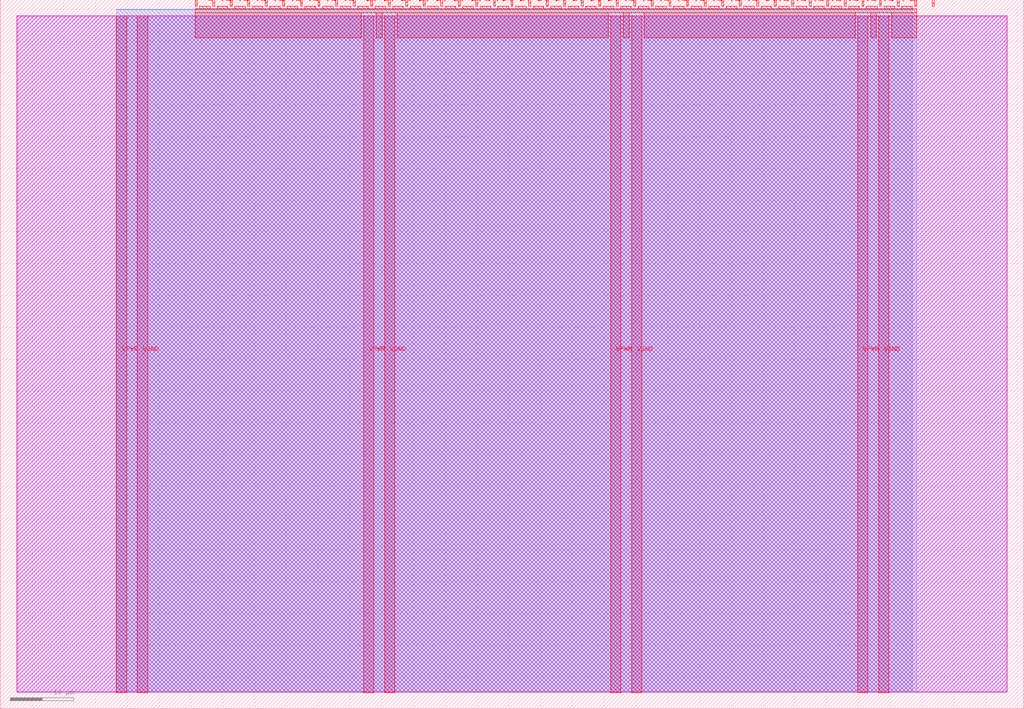
<source format=lef>
VERSION 5.7 ;
  NOWIREEXTENSIONATPIN ON ;
  DIVIDERCHAR "/" ;
  BUSBITCHARS "[]" ;
MACRO tt_um_unclegravity_7seg_counter
  CLASS BLOCK ;
  FOREIGN tt_um_unclegravity_7seg_counter ;
  ORIGIN 0.000 0.000 ;
  SIZE 161.000 BY 111.520 ;
  PIN VGND
    DIRECTION INOUT ;
    USE GROUND ;
    PORT
      LAYER met4 ;
        RECT 21.580 2.480 23.180 109.040 ;
    END
    PORT
      LAYER met4 ;
        RECT 60.450 2.480 62.050 109.040 ;
    END
    PORT
      LAYER met4 ;
        RECT 99.320 2.480 100.920 109.040 ;
    END
    PORT
      LAYER met4 ;
        RECT 138.190 2.480 139.790 109.040 ;
    END
  END VGND
  PIN VPWR
    DIRECTION INOUT ;
    USE POWER ;
    PORT
      LAYER met4 ;
        RECT 18.280 2.480 19.880 109.040 ;
    END
    PORT
      LAYER met4 ;
        RECT 57.150 2.480 58.750 109.040 ;
    END
    PORT
      LAYER met4 ;
        RECT 96.020 2.480 97.620 109.040 ;
    END
    PORT
      LAYER met4 ;
        RECT 134.890 2.480 136.490 109.040 ;
    END
  END VPWR
  PIN clk
    DIRECTION INPUT ;
    USE SIGNAL ;
    ANTENNAGATEAREA 0.852000 ;
    PORT
      LAYER met4 ;
        RECT 143.830 110.520 144.130 111.520 ;
    END
  END clk
  PIN ena
    DIRECTION INPUT ;
    USE SIGNAL ;
    PORT
      LAYER met4 ;
        RECT 146.590 110.520 146.890 111.520 ;
    END
  END ena
  PIN rst_n
    DIRECTION INPUT ;
    USE SIGNAL ;
    ANTENNAGATEAREA 0.213000 ;
    PORT
      LAYER met4 ;
        RECT 141.070 110.520 141.370 111.520 ;
    END
  END rst_n
  PIN ui_in[0]
    DIRECTION INPUT ;
    USE SIGNAL ;
    PORT
      LAYER met4 ;
        RECT 138.310 110.520 138.610 111.520 ;
    END
  END ui_in[0]
  PIN ui_in[1]
    DIRECTION INPUT ;
    USE SIGNAL ;
    PORT
      LAYER met4 ;
        RECT 135.550 110.520 135.850 111.520 ;
    END
  END ui_in[1]
  PIN ui_in[2]
    DIRECTION INPUT ;
    USE SIGNAL ;
    PORT
      LAYER met4 ;
        RECT 132.790 110.520 133.090 111.520 ;
    END
  END ui_in[2]
  PIN ui_in[3]
    DIRECTION INPUT ;
    USE SIGNAL ;
    PORT
      LAYER met4 ;
        RECT 130.030 110.520 130.330 111.520 ;
    END
  END ui_in[3]
  PIN ui_in[4]
    DIRECTION INPUT ;
    USE SIGNAL ;
    PORT
      LAYER met4 ;
        RECT 127.270 110.520 127.570 111.520 ;
    END
  END ui_in[4]
  PIN ui_in[5]
    DIRECTION INPUT ;
    USE SIGNAL ;
    PORT
      LAYER met4 ;
        RECT 124.510 110.520 124.810 111.520 ;
    END
  END ui_in[5]
  PIN ui_in[6]
    DIRECTION INPUT ;
    USE SIGNAL ;
    PORT
      LAYER met4 ;
        RECT 121.750 110.520 122.050 111.520 ;
    END
  END ui_in[6]
  PIN ui_in[7]
    DIRECTION INPUT ;
    USE SIGNAL ;
    PORT
      LAYER met4 ;
        RECT 118.990 110.520 119.290 111.520 ;
    END
  END ui_in[7]
  PIN uio_in[0]
    DIRECTION INPUT ;
    USE SIGNAL ;
    PORT
      LAYER met4 ;
        RECT 116.230 110.520 116.530 111.520 ;
    END
  END uio_in[0]
  PIN uio_in[1]
    DIRECTION INPUT ;
    USE SIGNAL ;
    PORT
      LAYER met4 ;
        RECT 113.470 110.520 113.770 111.520 ;
    END
  END uio_in[1]
  PIN uio_in[2]
    DIRECTION INPUT ;
    USE SIGNAL ;
    PORT
      LAYER met4 ;
        RECT 110.710 110.520 111.010 111.520 ;
    END
  END uio_in[2]
  PIN uio_in[3]
    DIRECTION INPUT ;
    USE SIGNAL ;
    PORT
      LAYER met4 ;
        RECT 107.950 110.520 108.250 111.520 ;
    END
  END uio_in[3]
  PIN uio_in[4]
    DIRECTION INPUT ;
    USE SIGNAL ;
    PORT
      LAYER met4 ;
        RECT 105.190 110.520 105.490 111.520 ;
    END
  END uio_in[4]
  PIN uio_in[5]
    DIRECTION INPUT ;
    USE SIGNAL ;
    PORT
      LAYER met4 ;
        RECT 102.430 110.520 102.730 111.520 ;
    END
  END uio_in[5]
  PIN uio_in[6]
    DIRECTION INPUT ;
    USE SIGNAL ;
    PORT
      LAYER met4 ;
        RECT 99.670 110.520 99.970 111.520 ;
    END
  END uio_in[6]
  PIN uio_in[7]
    DIRECTION INPUT ;
    USE SIGNAL ;
    PORT
      LAYER met4 ;
        RECT 96.910 110.520 97.210 111.520 ;
    END
  END uio_in[7]
  PIN uio_oe[0]
    DIRECTION OUTPUT ;
    USE SIGNAL ;
    PORT
      LAYER met4 ;
        RECT 49.990 110.520 50.290 111.520 ;
    END
  END uio_oe[0]
  PIN uio_oe[1]
    DIRECTION OUTPUT ;
    USE SIGNAL ;
    PORT
      LAYER met4 ;
        RECT 47.230 110.520 47.530 111.520 ;
    END
  END uio_oe[1]
  PIN uio_oe[2]
    DIRECTION OUTPUT ;
    USE SIGNAL ;
    PORT
      LAYER met4 ;
        RECT 44.470 110.520 44.770 111.520 ;
    END
  END uio_oe[2]
  PIN uio_oe[3]
    DIRECTION OUTPUT ;
    USE SIGNAL ;
    PORT
      LAYER met4 ;
        RECT 41.710 110.520 42.010 111.520 ;
    END
  END uio_oe[3]
  PIN uio_oe[4]
    DIRECTION OUTPUT ;
    USE SIGNAL ;
    PORT
      LAYER met4 ;
        RECT 38.950 110.520 39.250 111.520 ;
    END
  END uio_oe[4]
  PIN uio_oe[5]
    DIRECTION OUTPUT ;
    USE SIGNAL ;
    PORT
      LAYER met4 ;
        RECT 36.190 110.520 36.490 111.520 ;
    END
  END uio_oe[5]
  PIN uio_oe[6]
    DIRECTION OUTPUT ;
    USE SIGNAL ;
    PORT
      LAYER met4 ;
        RECT 33.430 110.520 33.730 111.520 ;
    END
  END uio_oe[6]
  PIN uio_oe[7]
    DIRECTION OUTPUT ;
    USE SIGNAL ;
    PORT
      LAYER met4 ;
        RECT 30.670 110.520 30.970 111.520 ;
    END
  END uio_oe[7]
  PIN uio_out[0]
    DIRECTION OUTPUT ;
    USE SIGNAL ;
    PORT
      LAYER met4 ;
        RECT 72.070 110.520 72.370 111.520 ;
    END
  END uio_out[0]
  PIN uio_out[1]
    DIRECTION OUTPUT ;
    USE SIGNAL ;
    PORT
      LAYER met4 ;
        RECT 69.310 110.520 69.610 111.520 ;
    END
  END uio_out[1]
  PIN uio_out[2]
    DIRECTION OUTPUT ;
    USE SIGNAL ;
    PORT
      LAYER met4 ;
        RECT 66.550 110.520 66.850 111.520 ;
    END
  END uio_out[2]
  PIN uio_out[3]
    DIRECTION OUTPUT ;
    USE SIGNAL ;
    PORT
      LAYER met4 ;
        RECT 63.790 110.520 64.090 111.520 ;
    END
  END uio_out[3]
  PIN uio_out[4]
    DIRECTION OUTPUT ;
    USE SIGNAL ;
    PORT
      LAYER met4 ;
        RECT 61.030 110.520 61.330 111.520 ;
    END
  END uio_out[4]
  PIN uio_out[5]
    DIRECTION OUTPUT ;
    USE SIGNAL ;
    PORT
      LAYER met4 ;
        RECT 58.270 110.520 58.570 111.520 ;
    END
  END uio_out[5]
  PIN uio_out[6]
    DIRECTION OUTPUT ;
    USE SIGNAL ;
    PORT
      LAYER met4 ;
        RECT 55.510 110.520 55.810 111.520 ;
    END
  END uio_out[6]
  PIN uio_out[7]
    DIRECTION OUTPUT ;
    USE SIGNAL ;
    PORT
      LAYER met4 ;
        RECT 52.750 110.520 53.050 111.520 ;
    END
  END uio_out[7]
  PIN uo_out[0]
    DIRECTION OUTPUT ;
    USE SIGNAL ;
    ANTENNADIFFAREA 0.891000 ;
    PORT
      LAYER met4 ;
        RECT 94.150 110.520 94.450 111.520 ;
    END
  END uo_out[0]
  PIN uo_out[1]
    DIRECTION OUTPUT ;
    USE SIGNAL ;
    ANTENNADIFFAREA 0.445500 ;
    PORT
      LAYER met4 ;
        RECT 91.390 110.520 91.690 111.520 ;
    END
  END uo_out[1]
  PIN uo_out[2]
    DIRECTION OUTPUT ;
    USE SIGNAL ;
    ANTENNADIFFAREA 1.484000 ;
    PORT
      LAYER met4 ;
        RECT 88.630 110.520 88.930 111.520 ;
    END
  END uo_out[2]
  PIN uo_out[3]
    DIRECTION OUTPUT ;
    USE SIGNAL ;
    ANTENNADIFFAREA 0.891000 ;
    PORT
      LAYER met4 ;
        RECT 85.870 110.520 86.170 111.520 ;
    END
  END uo_out[3]
  PIN uo_out[4]
    DIRECTION OUTPUT ;
    USE SIGNAL ;
    ANTENNADIFFAREA 0.911000 ;
    PORT
      LAYER met4 ;
        RECT 83.110 110.520 83.410 111.520 ;
    END
  END uo_out[4]
  PIN uo_out[5]
    DIRECTION OUTPUT ;
    USE SIGNAL ;
    ANTENNADIFFAREA 1.484000 ;
    PORT
      LAYER met4 ;
        RECT 80.350 110.520 80.650 111.520 ;
    END
  END uo_out[5]
  PIN uo_out[6]
    DIRECTION OUTPUT ;
    USE SIGNAL ;
    ANTENNADIFFAREA 1.484000 ;
    PORT
      LAYER met4 ;
        RECT 77.590 110.520 77.890 111.520 ;
    END
  END uo_out[6]
  PIN uo_out[7]
    DIRECTION OUTPUT ;
    USE SIGNAL ;
    PORT
      LAYER met4 ;
        RECT 74.830 110.520 75.130 111.520 ;
    END
  END uo_out[7]
  OBS
      LAYER nwell ;
        RECT 2.570 2.635 158.430 108.990 ;
      LAYER li1 ;
        RECT 2.760 2.635 158.240 108.885 ;
      LAYER met1 ;
        RECT 2.760 2.480 158.240 109.040 ;
      LAYER met2 ;
        RECT 18.310 2.535 143.430 110.005 ;
      LAYER met3 ;
        RECT 18.290 2.555 144.170 109.985 ;
      LAYER met4 ;
        RECT 31.370 110.120 33.030 110.520 ;
        RECT 34.130 110.120 35.790 110.520 ;
        RECT 36.890 110.120 38.550 110.520 ;
        RECT 39.650 110.120 41.310 110.520 ;
        RECT 42.410 110.120 44.070 110.520 ;
        RECT 45.170 110.120 46.830 110.520 ;
        RECT 47.930 110.120 49.590 110.520 ;
        RECT 50.690 110.120 52.350 110.520 ;
        RECT 53.450 110.120 55.110 110.520 ;
        RECT 56.210 110.120 57.870 110.520 ;
        RECT 58.970 110.120 60.630 110.520 ;
        RECT 61.730 110.120 63.390 110.520 ;
        RECT 64.490 110.120 66.150 110.520 ;
        RECT 67.250 110.120 68.910 110.520 ;
        RECT 70.010 110.120 71.670 110.520 ;
        RECT 72.770 110.120 74.430 110.520 ;
        RECT 75.530 110.120 77.190 110.520 ;
        RECT 78.290 110.120 79.950 110.520 ;
        RECT 81.050 110.120 82.710 110.520 ;
        RECT 83.810 110.120 85.470 110.520 ;
        RECT 86.570 110.120 88.230 110.520 ;
        RECT 89.330 110.120 90.990 110.520 ;
        RECT 92.090 110.120 93.750 110.520 ;
        RECT 94.850 110.120 96.510 110.520 ;
        RECT 97.610 110.120 99.270 110.520 ;
        RECT 100.370 110.120 102.030 110.520 ;
        RECT 103.130 110.120 104.790 110.520 ;
        RECT 105.890 110.120 107.550 110.520 ;
        RECT 108.650 110.120 110.310 110.520 ;
        RECT 111.410 110.120 113.070 110.520 ;
        RECT 114.170 110.120 115.830 110.520 ;
        RECT 116.930 110.120 118.590 110.520 ;
        RECT 119.690 110.120 121.350 110.520 ;
        RECT 122.450 110.120 124.110 110.520 ;
        RECT 125.210 110.120 126.870 110.520 ;
        RECT 127.970 110.120 129.630 110.520 ;
        RECT 130.730 110.120 132.390 110.520 ;
        RECT 133.490 110.120 135.150 110.520 ;
        RECT 136.250 110.120 137.910 110.520 ;
        RECT 139.010 110.120 140.670 110.520 ;
        RECT 141.770 110.120 143.430 110.520 ;
        RECT 30.655 109.440 144.145 110.120 ;
        RECT 30.655 105.575 56.750 109.440 ;
        RECT 59.150 105.575 60.050 109.440 ;
        RECT 62.450 105.575 95.620 109.440 ;
        RECT 98.020 105.575 98.920 109.440 ;
        RECT 101.320 105.575 134.490 109.440 ;
        RECT 136.890 105.575 137.790 109.440 ;
        RECT 140.190 105.575 144.145 109.440 ;
  END
END tt_um_unclegravity_7seg_counter
END LIBRARY


</source>
